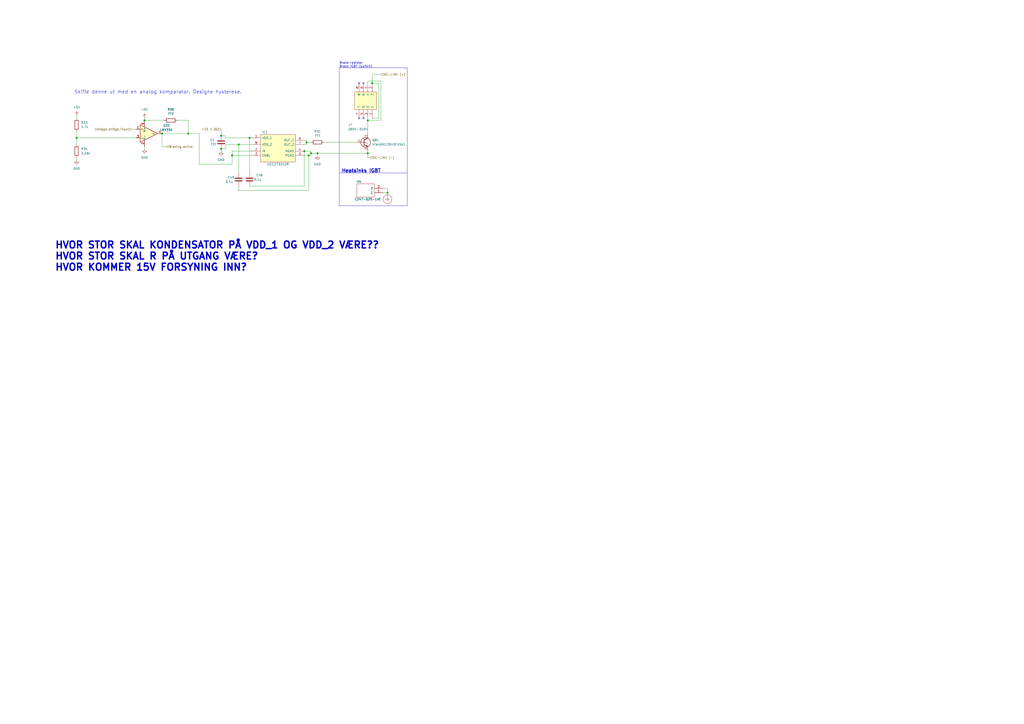
<source format=kicad_sch>
(kicad_sch (version 20231120) (generator "eeschema") (generator_version "8.0")
  (paper "A2")
  (title_block (title "3-phase DC/AC converter with SV-PWM") (date "2023-03-16") (rev "V. 1.1") (comment 1 "Ingrid Hovland") (comment 2 "Eirik Skorve Haugland") (comment 3 "Marius Englund"))
  (lib_symbols
    (symbol "5VISO:GND" (power) (pin_names (offset 0))
      (property "Value" "GND" (at 0 -3.81 0))
      (symbol "GND_0_1"
        (polyline (pts (xy 0 0) (xy 0 -1.27) (xy 1.27 -1.27) (xy 0 -2.54) (xy -1.27 -1.27) (xy 0 -1.27)))
      )
      (symbol "GND_1_1"
        (pin power_in line (at 0 0 270) (length 0) hide (name "GND") (number "1"))
      )
    )
    (symbol "C247-025-1VE:C247-025-1VE" (pin_names (offset 0.762))
      (property "Reference" "H" (at 16.51 7.62 0))
      (property "Value" "C247-025-1VE" (at 16.51 5.08 0))
      (symbol "C247-025-1VE_0_0"
        (pin passive line (at 0 0 0) (length 5.08) (name "1") (number "1"))
        (pin passive line (at 0 -2.54 0) (length 5.08) (name "2") (number "2"))
      )
      (symbol "C247-025-1VE_0_1"
        (polyline (pts (xy 5.08 2.54) (xy 15.24 2.54) (xy 15.24 -5.08) (xy 5.08 -5.08) (xy 5.08 2.54)) (stroke (width 0.1524)))
      )
    )
    (symbol "Comparator:LMV331" (pin_names (offset 0.127))
      (property "Reference" "U" (at 1.27 5.08 0))
      (property "Value" "LMV331" (at 3.81 -5.08 0))
      (symbol "LMV331_0_1"
        (polyline (pts (xy -5.08 5.08) (xy 5.08 0) (xy -5.08 -5.08) (xy -5.08 5.08)) (stroke (width 0.254)) (fill (type background)))
        (polyline (pts (xy 3.302 -0.508) (xy 2.794 -0.508) (xy 3.302 0) (xy 2.794 0.508) (xy 2.286 0) (xy 2.794 -0.508) (xy 2.286 -0.508)) (stroke (width 0.127)))
      )
      (symbol "LMV331_1_1"
        (pin input line (at -7.62 2.54 0) (length 2.54) (name "+") (number "1"))
        (pin power_in line (at -2.54 -7.62 90) (length 3.81) (name "V-") (number "2"))
        (pin input line (at -7.62 -2.54 0) (length 2.54) (name "-") (number "3"))
        (pin open_collector line (at 7.62 0 180) (length 2.54) (name "~") (number "4"))
        (pin power_in line (at -2.54 7.62 270) (length 3.81) (name "V+") (number "5"))
      )
    )
    (symbol "Device:C" (pin_numbers hide) (pin_names (offset 0.254))
      (property "Reference" "C" (at 0.635 2.54 0))
      (property "Value" "C" (at 0.635 -2.54 0))
      (symbol "C_0_1"
        (polyline (pts (xy -2.032 -0.762) (xy 2.032 -0.762)) (stroke (width 0.508)))
        (polyline (pts (xy -2.032 0.762) (xy 2.032 0.762)) (stroke (width 0.508)))
      )
      (symbol "C_1_1"
        (pin passive line (at 0 3.81 270) (length 2.794) (name "~") (number "1"))
        (pin passive line (at 0 -3.81 90) (length 2.794) (name "~") (number "2"))
      )
    )
    (symbol "Device:R" (pin_numbers hide) (pin_names (offset 0))
      (property "Reference" "R" (at 2.032 0 90))
      (property "Value" "R" (at 0 0 90))
      (symbol "R_0_1"
        (rectangle (start -1.016 -2.54) (end 1.016 2.54) (stroke (width 0.254)))
      )
      (symbol "R_1_1"
        (pin passive line (at 0 3.81 270) (length 1.27) (name "~") (number "1"))
        (pin passive line (at 0 -3.81 90) (length 1.27) (name "~") (number "2"))
      )
    )
    (symbol "Transistor_IGBT:IRG4PF50W" (pin_names (offset 0) hide)
      (property "Reference" "Q" (at 5.08 1.905 0))
      (property "Value" "IRG4PF50W" (at 5.08 0 0))
      (symbol "IRG4PF50W_0_1"
        (polyline (pts (xy 0 0) (xy 0.254 0)))
        (polyline (pts (xy 0.762 -1.016) (xy 0.762 -2.032)) (stroke (width 0.254)))
        (polyline (pts (xy 0.762 0.508) (xy 0.762 -0.508)) (stroke (width 0.254)))
        (polyline (pts (xy 0.762 2.032) (xy 0.762 1.016)) (stroke (width 0.254)))
        (polyline (pts (xy 2.54 -2.413) (xy 0.762 -1.524)))
        (polyline (pts (xy 2.54 -0.889) (xy 0.762 0)))
        (polyline (pts (xy 2.54 2.413) (xy 0.762 1.524)))
        (polyline (pts (xy 0.254 1.905) (xy 0.254 -1.905) (xy 0.254 -1.905)) (stroke (width 0.254)))
        (polyline (pts (xy 1.397 -2.159) (xy 1.651 -1.651) (xy 2.54 -2.413) (xy 1.397 -2.159)) (fill (type outline)))
        (polyline (pts (xy 2.159 1.905) (xy 1.905 2.413) (xy 1.016 1.651) (xy 2.159 1.905)) (fill (type outline)))
        (circle (center 1.27 0) (radius 2.8194) (stroke (width 0.254)))
      )
      (symbol "IRG4PF50W_1_1"
        (pin input line (at -5.08 0 0) (length 5.08) (name "G") (number "1"))
        (pin passive line (at 2.54 5.08 270) (length 2.54) (name "C") (number "2"))
        (pin passive line (at 2.54 -5.08 90) (length 2.54) (name "E") (number "3"))
      )
    )
    (symbol "UCC27321DR:UCC27321DR" (pin_names (offset 0.762))
      (property "Reference" "IC?" (at 7.62 6.985 0))
      (property "Value" "UCC27321DR" (at 15.24 -11.43 0))
      (symbol "UCC27321DR_0_0"
        (pin passive line (at 0 3.81 0) (length 5.08) (name "VDD_1") (number "1"))
        (pin passive line (at 0 -3.81 0) (length 5.08) (name "IN") (number "2"))
        (pin passive line (at 0 -6.35 0) (length 5.08) (name "ENBL") (number "3"))
        (pin passive line (at 30.48 -3.81 180) (length 5.08) (name "AGND") (number "4"))
        (pin passive line (at 30.48 -6.35 180) (length 5.08) (name "PGND") (number "5"))
        (pin passive line (at 30.48 2.54 180) (length 5.08) (name "OUT_1") (number "6"))
        (pin passive line (at 30.48 0 180) (length 5.08) (name "OUT_2") (number "7"))
        (pin passive line (at 0 0 0) (length 5.08) (name "VDD_2") (number "8"))
      )
      (symbol "UCC27321DR_0_1"
        (polyline (pts (xy 5.08 5.715) (xy 25.4 5.715) (xy 25.4 -10.16) (xy 5.08 -10.16) (xy 5.08 5.715)) (stroke (width 0.1524)) (fill (type background)))
      )
    )
    (symbol "WAGO-2604-3104:2604-3104" (pin_names (offset 0.762))
      (property "Reference" "J7" (at 11.43 11.4301 90))
      (property "Value" "2604-3104" (at 11.43 8.8901 90))
      (symbol "2604-3104_0_0"
        (pin passive line (at 20.32 0 180) (length 5.08) (name "1") (number "1"))
        (pin passive line (at 0 0 0) (length 5.08) (name "2") (number "2"))
        (pin passive line (at 20.32 -2.54 180) (length 5.08) (name "3") (number "3"))
        (pin passive line (at 0 -2.54 0) (length 5.08) (name "4") (number "4"))
        (pin passive line (at 20.32 -5.08 180) (length 5.08) (name "5") (number "5"))
        (pin passive line (at 0 -5.08 0) (length 5.08) (name "6") (number "6"))
        (pin passive line (at 20.32 -7.62 180) (length 5.08) (name "7") (number "7"))
        (pin passive line (at 0 -7.62 0) (length 5.08) (name "8") (number "8"))
      )
      (symbol "2604-3104_0_1"
        (polyline (pts (xy 5.08 2.54) (xy 15.24 2.54) (xy 15.24 -10.16) (xy 5.08 -10.16) (xy 5.08 2.54)) (stroke (width 0.1524)) (fill (type background)))
      )
    )
    (symbol "power:+5V" (power) (pin_names (offset 0))
      (property "Value" "+5V" (at 0 3.556 0))
      (symbol "+5V_0_1"
        (polyline (pts (xy -0.762 1.27) (xy 0 2.54)))
        (polyline (pts (xy 0 0) (xy 0 2.54)))
        (polyline (pts (xy 0 2.54) (xy 0.762 1.27)))
      )
      (symbol "+5V_1_1"
        (pin power_in line (at 0 0 90) (length 0) hide (name "+5V") (number "1"))
      )
    )
    (symbol "power:Earth_Protective" (power) (pin_names (offset 0))
      (symbol "Earth_Protective_0_1"
        (circle (center 0 -3.81) (radius 2.54))
        (polyline (pts (xy -0.635 -4.445) (xy 0.635 -4.445)))
        (polyline (pts (xy -0.127 -5.08) (xy 0.127 -5.08)))
        (polyline (pts (xy 0 -3.81) (xy 0 0)))
        (polyline (pts (xy 1.27 -3.81) (xy -1.27 -3.81)))
      )
      (symbol "Earth_Protective_1_1"
        (pin power_in line (at 0 0 270) (length 0) hide (name "Earth_Protective") (number "1"))
      )
    )
    (symbol "power:GND" (power) (pin_names (offset 0))
      (property "Value" "GND" (at 0 -3.81 0))
      (symbol "GND_0_1"
        (polyline (pts (xy 0 0) (xy 0 -1.27) (xy 1.27 -1.27) (xy 0 -2.54) (xy -1.27 -1.27) (xy 0 -1.27)))
      )
      (symbol "GND_1_1"
        (pin power_in line (at 0 0 270) (length 0) hide (name "GND") (number "1"))
      )
    )
  )
  (junction (at 134.62 90.17))
  (junction (at 138.43 83.82))
  (junction (at 109.22 77.47))
  (junction (at 184.15 88.9))
  (junction (at 215.9 48.26))
  (junction (at 44.45 80.01))
  (junction (at 93.98 77.47))
  (junction (at 224.79 111.76))
  (junction (at 128.27 78.74))
  (junction (at 213.36 69.85))
  (junction (at 179.07 90.17))
  (junction (at 144.78 80.01))
  (junction (at 128.27 86.36))
  (junction (at 177.8 82.55))
  (junction (at 213.36 88.9))
  (junction (at 83.82 69.85))
  (junction (at 176.53 87.63))
  (junction (at 180.34 88.9))
  (no_connect (at 210.82 48.26))
  (no_connect (at 208.28 48.26))
  (no_connect (at 208.28 68.58))
  (no_connect (at 210.82 68.58))
  (wire (pts (xy 180.34 88.9) (xy 184.15 88.9)))
  (wire (pts (xy 93.98 77.47) (xy 109.22 77.47)))
  (wire (pts (xy 138.43 107.95) (xy 138.43 110.49)))
  (polyline (pts (xy 196.85 39.37) (xy 196.85 119.38)))
  (wire (pts (xy 115.57 95.25) (xy 134.62 95.25)))
  (wire (pts (xy 184.15 88.9) (xy 213.36 88.9)))
  (wire (pts (xy 130.81 83.82) (xy 130.81 86.36)))
  (wire (pts (xy 176.53 87.63) (xy 176.53 107.95)))
  (wire (pts (xy 219.71 48.26) (xy 219.71 68.58)))
  (wire (pts (xy 213.36 87.63) (xy 213.36 88.9)))
  (wire (pts (xy 134.62 90.17) (xy 134.62 95.25)))
  (wire (pts (xy 102.87 69.85) (xy 109.22 69.85)))
  (wire (pts (xy 222.25 109.22) (xy 224.79 109.22)))
  (wire (pts (xy 83.82 86.36) (xy 83.82 85.09)))
  (wire (pts (xy 130.81 78.74) (xy 128.27 78.74)))
  (wire (pts (xy 44.45 80.01) (xy 78.74 80.01)))
  (wire (pts (xy 130.81 83.82) (xy 138.43 83.82)))
  (wire (pts (xy 44.45 76.2) (xy 44.45 80.01)))
  (wire (pts (xy 130.81 80.01) (xy 144.78 80.01)))
  (wire (pts (xy 134.62 87.63) (xy 134.62 90.17)))
  (wire (pts (xy 213.36 48.26) (xy 213.36 46.99)))
  (wire (pts (xy 144.78 107.95) (xy 176.53 107.95)))
  (polyline (pts (xy 236.22 119.38) (xy 236.22 39.37)))
  (wire (pts (xy 224.79 109.22) (xy 224.79 111.76)))
  (wire (pts (xy 115.57 77.47) (xy 115.57 95.25)))
  (wire (pts (xy 187.96 82.55) (xy 205.74 82.55)))
  (wire (pts (xy 138.43 83.82) (xy 146.05 83.82)))
  (wire (pts (xy 44.45 67.31) (xy 44.45 68.58)))
  (wire (pts (xy 128.27 86.36) (xy 128.27 87.63)))
  (wire (pts (xy 213.36 88.9) (xy 213.36 91.44)))
  (wire (pts (xy 177.8 83.82) (xy 177.8 82.55)))
  (wire (pts (xy 176.53 81.28) (xy 177.8 81.28)))
  (wire (pts (xy 109.22 77.47) (xy 115.57 77.47)))
  (wire (pts (xy 177.8 82.55) (xy 180.34 82.55)))
  (wire (pts (xy 130.81 80.01) (xy 130.81 78.74)))
  (wire (pts (xy 180.34 88.9) (xy 180.34 90.17)))
  (wire (pts (xy 180.34 87.63) (xy 180.34 88.9)))
  (wire (pts (xy 177.8 81.28) (xy 177.8 82.55)))
  (wire (pts (xy 144.78 80.01) (xy 146.05 80.01)))
  (wire (pts (xy 138.43 83.82) (xy 138.43 100.33)))
  (wire (pts (xy 222.25 111.76) (xy 224.79 111.76)))
  (wire (pts (xy 176.53 90.17) (xy 179.07 90.17)))
  (wire (pts (xy 44.45 80.01) (xy 44.45 83.82)))
  (wire (pts (xy 96.52 85.09) (xy 93.98 85.09)))
  (wire (pts (xy 44.45 91.44) (xy 44.45 92.71)))
  (wire (pts (xy 213.36 69.85) (xy 213.36 77.47)))
  (wire (pts (xy 138.43 110.49) (xy 179.07 110.49)))
  (wire (pts (xy 215.9 43.18) (xy 215.9 48.26)))
  (wire (pts (xy 83.82 68.58) (xy 83.82 69.85)))
  (wire (pts (xy 213.36 68.58) (xy 213.36 69.85)))
  (wire (pts (xy 176.53 87.63) (xy 180.34 87.63)))
  (wire (pts (xy 220.98 43.18) (xy 215.9 43.18)))
  (wire (pts (xy 76.2 74.93) (xy 78.74 74.93)))
  (wire (pts (xy 134.62 87.63) (xy 146.05 87.63)))
  (wire (pts (xy 93.98 85.09) (xy 93.98 77.47)))
  (wire (pts (xy 179.07 110.49) (xy 179.07 90.17)))
  (polyline (pts (xy 196.85 119.38) (xy 236.22 119.38)))
  (polyline (pts (xy 196.85 39.37) (xy 236.22 39.37)))
  (wire (pts (xy 144.78 80.01) (xy 144.78 100.33)))
  (wire (pts (xy 134.62 90.17) (xy 146.05 90.17)))
  (wire (pts (xy 179.07 90.17) (xy 180.34 90.17)))
  (wire (pts (xy 213.36 69.85) (xy 220.98 69.85)))
  (wire (pts (xy 130.81 86.36) (xy 128.27 86.36)))
  (wire (pts (xy 184.15 88.9) (xy 184.15 90.17)))
  (wire (pts (xy 83.82 69.85) (xy 95.25 69.85)))
  (wire (pts (xy 128.27 74.93) (xy 128.27 78.74)))
  (wire (pts (xy 215.9 48.26) (xy 219.71 48.26)))
  (wire (pts (xy 109.22 69.85) (xy 109.22 77.47)))
  (wire (pts (xy 176.53 83.82) (xy 177.8 83.82)))
  (wire (pts (xy 214.63 91.44) (xy 213.36 91.44)))
  (wire (pts (xy 219.71 68.58) (xy 215.9 68.58)))
  (wire (pts (xy 220.98 69.85) (xy 220.98 46.99)))
  (wire (pts (xy 220.98 46.99) (xy 213.36 46.99)))
  (polyline (pts (xy 196.85 100.33) (xy 236.22 100.33)))
  (text "Skifte denne ut med en analog komparator. Designe hysterese.\n" (at 43.18 54.61 0) (effects (font (size 2 2)) (justify left bottom)))
  (text "HVOR STOR SKAL KONDENSATOR PÅ VDD_1 OG VDD_2 VÆRE??\nHVOR STOR SKAL R PÅ UTGANG VÆRE?\nHVOR KOMMER 15V FORSYNING INN?" (at 31.75 157.48 0) (effects (font (size 4 4) (thickness 0.8) (bold yes)) (justify left bottom)))
  (text "Brake resistor\nBrake IGBT (switch)" (at 196.85 39.37 0) (effects (font (size 1.27 1.27)) (justify left bottom)))
  (text "Heatsinks IGBT" (at 198.12 100.33 0) (effects (font (size 2 2) (thickness 0.4) (bold yes)) (justify left bottom)))
  (hierarchical_label "Braking_active" (shape input) (at 96.52 85.09 0))
  (hierarchical_label "DC-LINK (+)" (shape input) (at 220.98 43.18 0))
  (hierarchical_label "Voltage_bridge_input" (shape input) (at 76.2 74.93 180))
  (hierarchical_label "+15 V (6)" (shape input) (at 128.27 74.93 180) (effects (font (italic yes))))
  (hierarchical_label "DC-LINK (-)" (shape input) (at 214.63 91.44 0))
  (symbol (lib_id "WAGO-2604-3104:2604-3104") (at 215.9 48.26 270) (unit 1)
    (property "Reference" "J7" (at 204.47 72.39 90) (effects (justify right)))
    (property "Value" "2604-3104" (at 213.36 74.93 90) (effects (justify right)))
    (property "Footprint" "SVPWM-LIB-footprints:WAGO-26043104" (effects (hide yes)))
    (property "Datasheet" "https://www.wago.com/global/pcb-terminal-blocks-and-pluggable-connectors/pcb-terminal-block/p/2604-3104" (effects (hide yes)))
    (property "Description" "Conn PC Terminal Block 4 POS 5mm Solder ST Thru-Hole 32A CAGE CLAMP Box" (effects (hide yes)))
    (property "Height" "21.3" (effects (hide yes)))
    (property "Manufacturer_Name" "Wago" (effects (hide yes)))
    (property "Manufacturer_Part_Number" "2604-3104" (effects (hide yes)))
    (property "Arrow Part Number" "2604-3104" (effects (hide yes)))
    (property "Arrow Price/Stock" "https://www.arrow.com/en/products/2604-3104/wago-kontakttechnik-gmbh?region=nac" (effects (hide yes)))
  )
  (symbol (lib_id "Device:C") (at 138.43 104.14 0) (unit 1)
    (property "Reference" "C45" (at 132.08 102.87 0) (effects (justify left)))
    (property "Value" "0.1u" (at 130.81 105.41 0) (effects (justify left)))
    (property "Footprint" "Capacitor_SMD:C_1206_3216Metric_Pad1.33x1.80mm_HandSolder" (effects (hide yes)))
  )
  (symbol (lib_id "C247-025-1VE:C247-025-1VE") (at 222.25 111.76 180) (unit 1)
    (property "Reference" "H4" (at 208.28 105.41 0))
    (property "Value" "C247-025-1VE" (at 213.36 115.57 0))
    (property "Footprint" "SVPWM-LIB-footprints:Heatsink_brake_C2470251VE" (effects (hide yes)))
    (property "Datasheet" "https://componentsearchengine.com/Datasheets/2/C247-025-1VE.pdf" (effects (hide yes)))
    (property "Description" "OHMITE - C247-025-1VE - HEATSINK, TO-247, 1 CLIP, NO FINISH" (effects (hide yes)))
    (property "Height" "38" (effects (hide yes)))
    (property "Manufacturer_Name" "Ohmite" (effects (hide yes)))
    (property "Manufacturer_Part_Number" "C247-025-1VE" (effects (hide yes)))
    (property "Mouser Part Number" "588-C247-025-1VE" (effects (hide yes)))
    (property "Mouser Price/Stock" "https://www.mouser.co.uk/ProductDetail/Ohmite/C247-025-1VE?qs=FN83AlR%252Bkj%2F9hZjIGNQN7g%3D%3D" (effects (hide yes)))
  )
  (symbol (lib_id "Device:R") (at 44.45 87.63 0) (unit 1)
    (property "Reference" "R34" (at 46.99 86.3599 0) (effects (justify left)))
    (property "Value" "3.16k" (at 46.99 88.8999 0) (effects (justify left)))
    (property "Footprint" "Resistor_SMD:R_1206_3216Metric_Pad1.30x1.75mm_HandSolder" (effects (hide yes)))
  )
  (symbol (lib_id "Transistor_IGBT:IRG4PF50W") (at 210.82 82.55 0) (unit 1)
    (property "Reference" "QB1" (at 215.9 81.2799 0) (effects (justify left)))
    (property "Value" "IKW40N120H3FKSA1" (at 215.9 83.8199 0) (effects (justify left)))
    (property "Footprint" "SVPWM-LIB-footprints:IGBT-TO544P521X1592X2557-3P" (effects (hide yes)))
  )
  (symbol (lib_id "power:Earth_Protective") (at 224.79 111.76 0) (unit 1)
    (property "Reference" "#PWR0161" (effects (hide yes)))
    (property "Value" "Earth_Protective" (effects (hide yes)))
  )
  (symbol (lib_id "Device:R") (at 99.06 69.85 270) (unit 1)
    (property "Reference" "R30" (at 99.06 63.5 90))
    (property "Value" "???" (at 99.06 66.04 90))
    (property "Footprint" "Resistor_SMD:R_1206_3216Metric_Pad1.30x1.75mm_HandSolder" (effects (hide yes)))
  )
  (symbol (lib_id "power:GND") (at 184.15 90.17 0) (unit 1)
    (property "Reference" "#PWR0228" (effects (hide yes)))
    (property "Value" "GND" (at 184.15 95.25 0))
  )
  (symbol (lib_id "power:GND") (at 128.27 87.63 0) (unit 1)
    (property "Reference" "#PWR0162" (effects (hide yes)))
    (property "Value" "GND" (at 128.27 92.71 0))
  )
  (symbol (lib_id "power:+5V") (at 44.45 67.31 0) (unit 1)
    (property "Reference" "#PWR0175" (effects (hide yes)))
    (property "Value" "+5V" (at 44.45 62.23 0))
  )
  (symbol (lib_id "power:+5V") (at 83.82 68.58 0) (unit 1)
    (property "Reference" "#PWR0177" (effects (hide yes)))
    (property "Value" "+5V" (at 83.82 63.5 0))
  )
  (symbol (lib_id "Device:C") (at 144.78 104.14 0) (unit 1)
    (property "Reference" "C46" (at 148.59 101.6 0) (effects (justify left)))
    (property "Value" "0.1u" (at 147.32 104.14 0) (effects (justify left)))
    (property "Footprint" "Capacitor_SMD:C_1206_3216Metric_Pad1.33x1.80mm_HandSolder" (effects (hide yes)))
  )
  (symbol (lib_id "Device:R") (at 44.45 72.39 0) (unit 1)
    (property "Reference" "R33" (at 46.99 71.1199 0) (effects (justify left)))
    (property "Value" "4.7k" (at 46.99 73.6599 0) (effects (justify left)))
    (property "Footprint" "Resistor_SMD:R_1206_3216Metric_Pad1.30x1.75mm_HandSolder" (effects (hide yes)))
  )
  (symbol (lib_id "Device:C") (at 128.27 82.55 0) (unit 1)
    (property "Reference" "C1" (at 121.92 81.28 0) (effects (justify left)))
    (property "Value" "???" (at 121.92 83.82 0) (effects (justify left)))
    (property "Footprint" "Capacitor_SMD:C_1206_3216Metric_Pad1.33x1.80mm_HandSolder" (effects (hide yes)))
  )
  (symbol (lib_id "UCC27321DR:UCC27321DR") (at 146.05 83.82 0) (unit 1)
    (property "Reference" "IC1" (at 153.67 76.835 0))
    (property "Value" "UCC27321DR" (at 161.29 95.25 0))
    (property "Footprint" "SVPWM-LIB-footprints:UCC27321DR_SOIC127P600X175-8N" (effects (hide yes)))
    (property "Datasheet" "http://www.ti.com/lit/gpn/UCC27321" (effects (hide yes)))
    (property "Description" "Single 9-A High Speed Low-Side MOSFET Driver With Enable" (effects (hide yes)))
    (property "Height" "1.75" (effects (hide yes)))
    (property "Manufacturer_Name" "Texas Instruments" (effects (hide yes)))
    (property "Manufacturer_Part_Number" "UCC27321DR" (effects (hide yes)))
    (property "Mouser Part Number" "595-UCC27321DR" (effects (hide yes)))
    (property "Mouser Price/Stock" "https://www.mouser.co.uk/ProductDetail/Texas-Instruments/UCC27321DR?qs=eJkN62t4xTWTz%252Bze2457Ig%3D%3D" (effects (hide yes)))
    (property "Arrow Part Number" "UCC27321DR" (effects (hide yes)))
    (property "Arrow Price/Stock" "https://www.arrow.com/en/products/ucc27321dr/texas-instruments?region=nac" (effects (hide yes)))
  )
  (symbol (lib_id "5VISO:GND") (at 44.45 92.71 0) (unit 1)
    (property "Reference" "#PWR0176" (effects (hide yes)))
    (property "Value" "GND" (at 44.45 97.79 0))
  )
  (symbol (lib_id "Comparator:LMV331") (at 86.36 77.47 0) (unit 1)
    (property "Reference" "U22" (at 96.52 72.771 0))
    (property "Value" "LMV331" (at 96.52 75.311 0))
    (property "Footprint" "SVPWM-LIB-footprints:LMV331M5_SOT95P280X145-5N" (effects (hide yes)))
    (property "Datasheet" "http://www.ti.com/lit/ds/symlink/lmv331.pdf" (effects (hide yes)))
  )
  (symbol (lib_id "5VISO:GND") (at 83.82 86.36 0) (unit 1)
    (property "Reference" "#PWR0174" (effects (hide yes)))
    (property "Value" "GND" (at 83.82 91.44 0))
  )
  (symbol (lib_id "Device:R") (at 184.15 82.55 90) (unit 1)
    (property "Reference" "R31" (at 184.15 76.2 90))
    (property "Value" "???" (at 184.15 78.74 90))
    (property "Footprint" "Resistor_SMD:R_1206_3216Metric_Pad1.30x1.75mm_HandSolder" (effects (hide yes)))
  )
)
</source>
